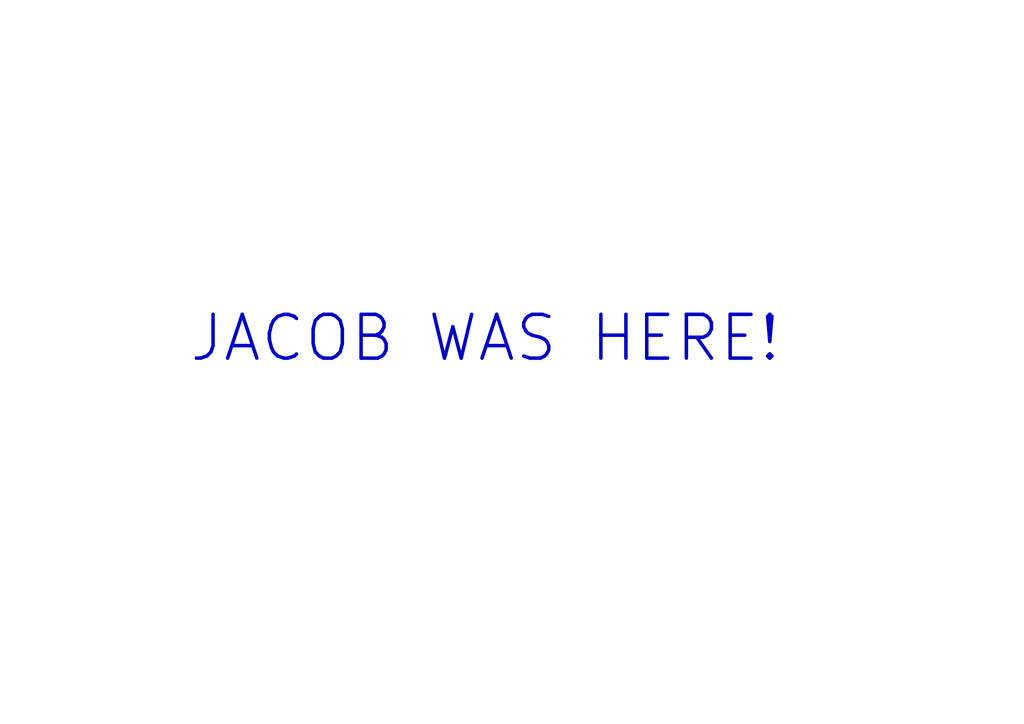
<source format=kicad_sch>
(kicad_sch
	(version 20231120)
	(generator "eeschema")
	(generator_version "8.0")
	(uuid "077b6c73-6cab-40b9-8a2e-013c98182d52")
	(paper "A4")
	(lib_symbols)
	(text "JACOB WAS HERE!"
		(exclude_from_sim no)
		(at 140.716 98.298 0)
		(effects
			(font
				(size 12.7 12.7)
				(thickness 1.016)
				(bold yes)
			)
		)
		(uuid "11825b56-e57f-4562-9ae3-4fb17c06648d")
	)
	(sheet_instances
		(path "/"
			(page "1")
		)
	)
)

</source>
